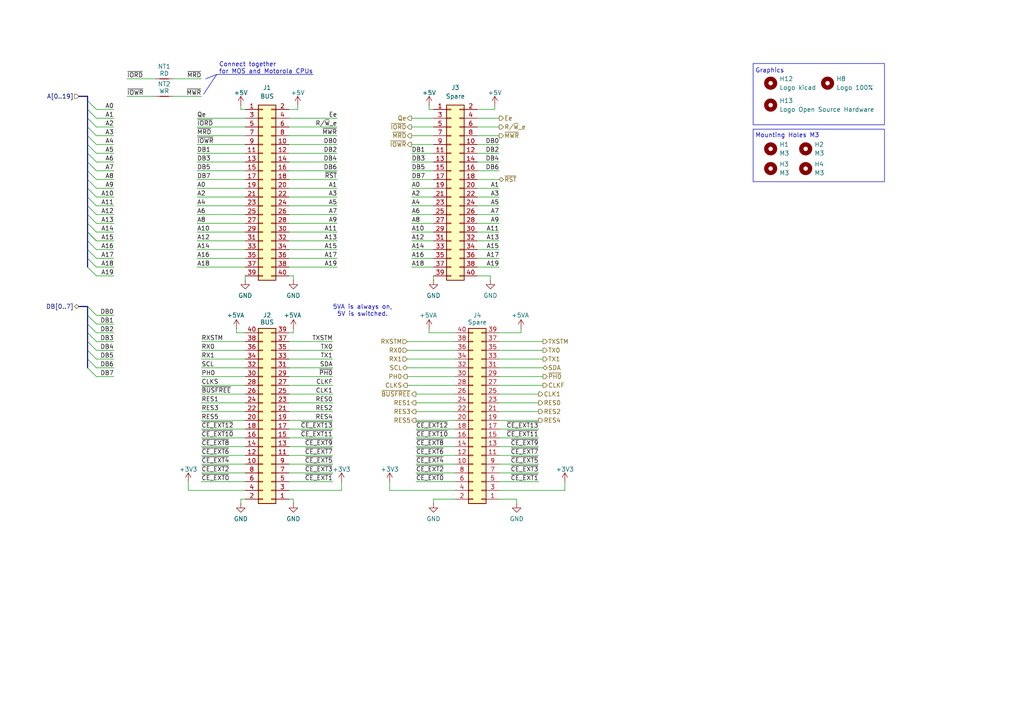
<source format=kicad_sch>
(kicad_sch (version 20231120) (generator "eeschema") (generator_version "8.0")
  (paper "A4")
  (title_block (date "2023-06-29") (rev "v1") (company "100% Offner") (comment 1 "v1: Initial"))
  (lib_symbols
    (symbol "Connector_Generic:Conn_02x20_Odd_Even" (pin_names (offset 1.016) hide)
      (property "Reference" "J" (at 1.27 25.4 0))
      (property "Value" "Conn_02x20_Odd_Even" (at 1.27 -27.94 0))
      (symbol "Conn_02x20_Odd_Even_1_1"
        (rectangle (start -1.27 -25.273) (end 0 -25.527) (stroke (width 0.1524)))
        (rectangle (start -1.27 -22.733) (end 0 -22.987) (stroke (width 0.1524)))
        (rectangle (start -1.27 -20.193) (end 0 -20.447) (stroke (width 0.1524)))
        (rectangle (start -1.27 -17.653) (end 0 -17.907) (stroke (width 0.1524)))
        (rectangle (start -1.27 -15.113) (end 0 -15.367) (stroke (width 0.1524)))
        (rectangle (start -1.27 -12.573) (end 0 -12.827) (stroke (width 0.1524)))
        (rectangle (start -1.27 -10.033) (end 0 -10.287) (stroke (width 0.1524)))
        (rectangle (start -1.27 -7.493) (end 0 -7.747) (stroke (width 0.1524)))
        (rectangle (start -1.27 -4.953) (end 0 -5.207) (stroke (width 0.1524)))
        (rectangle (start -1.27 -2.413) (end 0 -2.667) (stroke (width 0.1524)))
        (rectangle (start -1.27 0.127) (end 0 -0.127) (stroke (width 0.1524)))
        (rectangle (start -1.27 2.667) (end 0 2.413) (stroke (width 0.1524)))
        (rectangle (start -1.27 5.207) (end 0 4.953) (stroke (width 0.1524)))
        (rectangle (start -1.27 7.747) (end 0 7.493) (stroke (width 0.1524)))
        (rectangle (start -1.27 10.287) (end 0 10.033) (stroke (width 0.1524)))
        (rectangle (start -1.27 12.827) (end 0 12.573) (stroke (width 0.1524)))
        (rectangle (start -1.27 15.367) (end 0 15.113) (stroke (width 0.1524)))
        (rectangle (start -1.27 17.907) (end 0 17.653) (stroke (width 0.1524)))
        (rectangle (start -1.27 20.447) (end 0 20.193) (stroke (width 0.1524)))
        (rectangle (start -1.27 22.987) (end 0 22.733) (stroke (width 0.1524)))
        (rectangle (start -1.27 24.13) (end 3.81 -26.67) (stroke (width 0.254)) (fill (type background)))
        (rectangle (start 3.81 -25.273) (end 2.54 -25.527) (stroke (width 0.1524)))
        (rectangle (start 3.81 -22.733) (end 2.54 -22.987) (stroke (width 0.1524)))
        (rectangle (start 3.81 -20.193) (end 2.54 -20.447) (stroke (width 0.1524)))
        (rectangle (start 3.81 -17.653) (end 2.54 -17.907) (stroke (width 0.1524)))
        (rectangle (start 3.81 -15.113) (end 2.54 -15.367) (stroke (width 0.1524)))
        (rectangle (start 3.81 -12.573) (end 2.54 -12.827) (stroke (width 0.1524)))
        (rectangle (start 3.81 -10.033) (end 2.54 -10.287) (stroke (width 0.1524)))
        (rectangle (start 3.81 -7.493) (end 2.54 -7.747) (stroke (width 0.1524)))
        (rectangle (start 3.81 -4.953) (end 2.54 -5.207) (stroke (width 0.1524)))
        (rectangle (start 3.81 -2.413) (end 2.54 -2.667) (stroke (width 0.1524)))
        (rectangle (start 3.81 0.127) (end 2.54 -0.127) (stroke (width 0.1524)))
        (rectangle (start 3.81 2.667) (end 2.54 2.413) (stroke (width 0.1524)))
        (rectangle (start 3.81 5.207) (end 2.54 4.953) (stroke (width 0.1524)))
        (rectangle (start 3.81 7.747) (end 2.54 7.493) (stroke (width 0.1524)))
        (rectangle (start 3.81 10.287) (end 2.54 10.033) (stroke (width 0.1524)))
        (rectangle (start 3.81 12.827) (end 2.54 12.573) (stroke (width 0.1524)))
        (rectangle (start 3.81 15.367) (end 2.54 15.113) (stroke (width 0.1524)))
        (rectangle (start 3.81 17.907) (end 2.54 17.653) (stroke (width 0.1524)))
        (rectangle (start 3.81 20.447) (end 2.54 20.193) (stroke (width 0.1524)))
        (rectangle (start 3.81 22.987) (end 2.54 22.733) (stroke (width 0.1524)))
        (pin passive line (at -5.08 22.86 0) (length 3.81) (name "Pin_1") (number "1"))
        (pin passive line (at 7.62 12.7 180) (length 3.81) (name "Pin_10") (number "10"))
        (pin passive line (at -5.08 10.16 0) (length 3.81) (name "Pin_11") (number "11"))
        (pin passive line (at 7.62 10.16 180) (length 3.81) (name "Pin_12") (number "12"))
        (pin passive line (at -5.08 7.62 0) (length 3.81) (name "Pin_13") (number "13"))
        (pin passive line (at 7.62 7.62 180) (length 3.81) (name "Pin_14") (number "14"))
        (pin passive line (at -5.08 5.08 0) (length 3.81) (name "Pin_15") (number "15"))
        (pin passive line (at 7.62 5.08 180) (length 3.81) (name "Pin_16") (number "16"))
        (pin passive line (at -5.08 2.54 0) (length 3.81) (name "Pin_17") (number "17"))
        (pin passive line (at 7.62 2.54 180) (length 3.81) (name "Pin_18") (number "18"))
        (pin passive line (at -5.08 0 0) (length 3.81) (name "Pin_19") (number "19"))
        (pin passive line (at 7.62 22.86 180) (length 3.81) (name "Pin_2") (number "2"))
        (pin passive line (at 7.62 0 180) (length 3.81) (name "Pin_20") (number "20"))
        (pin passive line (at -5.08 -2.54 0) (length 3.81) (name "Pin_21") (number "21"))
        (pin passive line (at 7.62 -2.54 180) (length 3.81) (name "Pin_22") (number "22"))
        (pin passive line (at -5.08 -5.08 0) (length 3.81) (name "Pin_23") (number "23"))
        (pin passive line (at 7.62 -5.08 180) (length 3.81) (name "Pin_24") (number "24"))
        (pin passive line (at -5.08 -7.62 0) (length 3.81) (name "Pin_25") (number "25"))
        (pin passive line (at 7.62 -7.62 180) (length 3.81) (name "Pin_26") (number "26"))
        (pin passive line (at -5.08 -10.16 0) (length 3.81) (name "Pin_27") (number "27"))
        (pin passive line (at 7.62 -10.16 180) (length 3.81) (name "Pin_28") (number "28"))
        (pin passive line (at -5.08 -12.7 0) (length 3.81) (name "Pin_29") (number "29"))
        (pin passive line (at -5.08 20.32 0) (length 3.81) (name "Pin_3") (number "3"))
        (pin passive line (at 7.62 -12.7 180) (length 3.81) (name "Pin_30") (number "30"))
        (pin passive line (at -5.08 -15.24 0) (length 3.81) (name "Pin_31") (number "31"))
        (pin passive line (at 7.62 -15.24 180) (length 3.81) (name "Pin_32") (number "32"))
        (pin passive line (at -5.08 -17.78 0) (length 3.81) (name "Pin_33") (number "33"))
        (pin passive line (at 7.62 -17.78 180) (length 3.81) (name "Pin_34") (number "34"))
        (pin passive line (at -5.08 -20.32 0) (length 3.81) (name "Pin_35") (number "35"))
        (pin passive line (at 7.62 -20.32 180) (length 3.81) (name "Pin_36") (number "36"))
        (pin passive line (at -5.08 -22.86 0) (length 3.81) (name "Pin_37") (number "37"))
        (pin passive line (at 7.62 -22.86 180) (length 3.81) (name "Pin_38") (number "38"))
        (pin passive line (at -5.08 -25.4 0) (length 3.81) (name "Pin_39") (number "39"))
        (pin passive line (at 7.62 20.32 180) (length 3.81) (name "Pin_4") (number "4"))
        (pin passive line (at 7.62 -25.4 180) (length 3.81) (name "Pin_40") (number "40"))
        (pin passive line (at -5.08 17.78 0) (length 3.81) (name "Pin_5") (number "5"))
        (pin passive line (at 7.62 17.78 180) (length 3.81) (name "Pin_6") (number "6"))
        (pin passive line (at -5.08 15.24 0) (length 3.81) (name "Pin_7") (number "7"))
        (pin passive line (at 7.62 15.24 180) (length 3.81) (name "Pin_8") (number "8"))
        (pin passive line (at -5.08 12.7 0) (length 3.81) (name "Pin_9") (number "9"))
      )
    )
    (symbol "Device:NetTie_2" (pin_numbers hide) (pin_names (offset 0) hide) (in_bom no)
      (property "Reference" "NT" (at 0 1.27 0))
      (property "Value" "NetTie_2" (at 0 -1.27 0))
      (symbol "NetTie_2_0_1"
        (polyline (pts (xy -1.27 0) (xy 1.27 0)) (stroke (width 0.254)))
      )
      (symbol "NetTie_2_1_1"
        (pin passive line (at -2.54 0 0) (length 2.54) (name "1") (number "1"))
        (pin passive line (at 2.54 0 180) (length 2.54) (name "2") (number "2"))
      )
    )
    (symbol "Mechanical:MountingHole" (pin_names (offset 1.016))
      (property "Reference" "H" (at 0 5.08 0))
      (property "Value" "MountingHole" (at 0 3.175 0))
      (symbol "MountingHole_0_1"
        (circle (center 0 0) (radius 1.27) (stroke (width 1.27)))
      )
    )
    (symbol "power:+3V3" (power) (pin_numbers hide) (pin_names (offset 0) hide)
      (property "Value" "+3V3" (at 0 3.556 0))
      (symbol "+3V3_0_1"
        (polyline (pts (xy -0.762 1.27) (xy 0 2.54)))
        (polyline (pts (xy 0 0) (xy 0 2.54)))
        (polyline (pts (xy 0 2.54) (xy 0.762 1.27)))
      )
      (symbol "+3V3_1_1"
        (pin power_in line (at 0 0 90) (length 0) (name "~") (number "1"))
      )
    )
    (symbol "power:+5V" (power) (pin_numbers hide) (pin_names (offset 0) hide)
      (property "Value" "+5V" (at 0 3.556 0))
      (symbol "+5V_0_1"
        (polyline (pts (xy -0.762 1.27) (xy 0 2.54)))
        (polyline (pts (xy 0 0) (xy 0 2.54)))
        (polyline (pts (xy 0 2.54) (xy 0.762 1.27)))
      )
      (symbol "+5V_1_1"
        (pin power_in line (at 0 0 90) (length 0) (name "~") (number "1"))
      )
    )
    (symbol "power:+5VA" (power) (pin_numbers hide) (pin_names (offset 0) hide)
      (property "Value" "+5VA" (at 0 3.556 0))
      (symbol "+5VA_0_1"
        (polyline (pts (xy -0.762 1.27) (xy 0 2.54)))
        (polyline (pts (xy 0 0) (xy 0 2.54)))
        (polyline (pts (xy 0 2.54) (xy 0.762 1.27)))
      )
      (symbol "+5VA_1_1"
        (pin power_in line (at 0 0 90) (length 0) (name "~") (number "1"))
      )
    )
    (symbol "power:GND" (power) (pin_numbers hide) (pin_names (offset 0) hide)
      (property "Value" "GND" (at 0 -3.81 0))
      (symbol "GND_0_1"
        (polyline (pts (xy 0 0) (xy 0 -1.27) (xy 1.27 -1.27) (xy 0 -2.54) (xy -1.27 -1.27) (xy 0 -1.27)))
      )
      (symbol "GND_1_1"
        (pin power_in line (at 0 0 270) (length 0) (name "~") (number "1"))
      )
    )
  )
  (bus_entry (at 25.4 62.23) (size 2.54 2.54))
  (bus_entry (at 25.4 59.69) (size 2.54 2.54))
  (bus_entry (at 25.4 93.98) (size 2.54 2.54))
  (bus_entry (at 25.4 41.91) (size 2.54 2.54))
  (bus_entry (at 25.4 104.14) (size 2.54 2.54))
  (bus_entry (at 25.4 44.45) (size 2.54 2.54))
  (bus_entry (at 25.4 69.85) (size 2.54 2.54))
  (bus_entry (at 25.4 34.29) (size 2.54 2.54))
  (bus_entry (at 25.4 106.68) (size 2.54 2.54))
  (bus_entry (at 25.4 91.44) (size 2.54 2.54))
  (bus_entry (at 25.4 31.75) (size 2.54 2.54))
  (bus_entry (at 25.4 99.06) (size 2.54 2.54))
  (bus_entry (at 25.4 67.31) (size 2.54 2.54))
  (bus_entry (at 25.4 57.15) (size 2.54 2.54))
  (bus_entry (at 25.4 49.53) (size 2.54 2.54))
  (bus_entry (at 25.4 77.47) (size 2.54 2.54))
  (bus_entry (at 25.4 74.93) (size 2.54 2.54))
  (bus_entry (at 25.4 29.21) (size 2.54 2.54))
  (bus_entry (at 25.4 52.07) (size 2.54 2.54))
  (bus_entry (at 25.4 88.9) (size 2.54 2.54))
  (bus_entry (at 25.4 67.31) (size 2.54 2.54))
  (bus_entry (at 25.4 96.52) (size 2.54 2.54))
  (bus_entry (at 25.4 36.83) (size 2.54 2.54))
  (bus_entry (at 25.4 101.6) (size 2.54 2.54))
  (bus_entry (at 25.4 54.61) (size 2.54 2.54))
  (bus_entry (at 25.4 39.37) (size 2.54 2.54))
  (bus_entry (at 25.4 46.99) (size 2.54 2.54))
  (bus_entry (at 25.4 64.77) (size 2.54 2.54))
  (bus_entry (at 25.4 72.39) (size 2.54 2.54))
  (bus (pts (xy 25.4 64.77) (xy 25.4 62.23)))
  (wire (pts (xy 118.11 109.22) (xy 132.08 109.22)))
  (bus (pts (xy 25.4 49.53) (xy 25.4 46.99)))
  (wire (pts (xy 83.82 39.37) (xy 97.79 39.37)))
  (wire (pts (xy 58.42 127) (xy 71.12 127)))
  (bus (pts (xy 25.4 77.47) (xy 25.4 74.93)))
  (wire (pts (xy 118.11 99.06) (xy 132.08 99.06)))
  (wire (pts (xy 57.15 77.47) (xy 71.12 77.47)))
  (wire (pts (xy 119.38 44.45) (xy 125.73 44.45)))
  (wire (pts (xy 113.03 142.24) (xy 132.08 142.24)))
  (wire (pts (xy 36.83 22.86) (xy 45.085 22.86)))
  (wire (pts (xy 119.38 62.23) (xy 125.73 62.23)))
  (wire (pts (xy 83.82 119.38) (xy 96.52 119.38)))
  (wire (pts (xy 144.78 139.7) (xy 156.21 139.7)))
  (wire (pts (xy 33.02 62.23) (xy 27.94 62.23)))
  (wire (pts (xy 138.43 72.39) (xy 144.78 72.39)))
  (wire (pts (xy 33.02 93.98) (xy 27.94 93.98)))
  (wire (pts (xy 58.42 116.84) (xy 71.12 116.84)))
  (wire (pts (xy 143.51 31.75) (xy 138.43 31.75)))
  (wire (pts (xy 119.38 69.85) (xy 125.73 69.85)))
  (wire (pts (xy 83.82 36.83) (xy 97.79 36.83)))
  (wire (pts (xy 58.42 119.38) (xy 71.12 119.38)))
  (wire (pts (xy 99.06 139.7) (xy 99.06 142.24)))
  (wire (pts (xy 113.03 139.7) (xy 113.03 142.24)))
  (wire (pts (xy 138.43 49.53) (xy 144.78 49.53)))
  (wire (pts (xy 120.65 119.38) (xy 132.08 119.38)))
  (wire (pts (xy 33.02 104.14) (xy 27.94 104.14)))
  (wire (pts (xy 69.85 144.78) (xy 71.12 144.78)))
  (wire (pts (xy 83.82 121.92) (xy 96.52 121.92)))
  (wire (pts (xy 120.65 127) (xy 132.08 127)))
  (wire (pts (xy 85.09 146.05) (xy 85.09 144.78)))
  (wire (pts (xy 33.02 31.75) (xy 27.94 31.75)))
  (bus (pts (xy 25.4 62.23) (xy 25.4 59.69)))
  (wire (pts (xy 151.13 96.52) (xy 144.78 96.52)))
  (wire (pts (xy 83.82 124.46) (xy 96.52 124.46)))
  (wire (pts (xy 33.02 109.22) (xy 27.94 109.22)))
  (wire (pts (xy 83.82 142.24) (xy 99.06 142.24)))
  (bus (pts (xy 25.4 34.29) (xy 25.4 31.75)))
  (polyline (pts (xy 59.69 22.86) (xy 62.865 21.59)))
  (wire (pts (xy 144.78 142.24) (xy 163.83 142.24)))
  (wire (pts (xy 83.82 127) (xy 96.52 127)))
  (wire (pts (xy 36.83 27.94) (xy 45.085 27.94)))
  (wire (pts (xy 57.15 69.85) (xy 71.12 69.85)))
  (wire (pts (xy 144.78 119.38) (xy 156.21 119.38)))
  (wire (pts (xy 57.15 39.37) (xy 71.12 39.37)))
  (wire (pts (xy 83.82 44.45) (xy 97.79 44.45)))
  (wire (pts (xy 58.42 137.16) (xy 71.12 137.16)))
  (bus (pts (xy 25.4 104.14) (xy 25.4 101.6)))
  (wire (pts (xy 83.82 57.15) (xy 97.79 57.15)))
  (wire (pts (xy 33.02 54.61) (xy 27.94 54.61)))
  (wire (pts (xy 144.78 127) (xy 156.21 127)))
  (wire (pts (xy 33.02 49.53) (xy 27.94 49.53)))
  (wire (pts (xy 57.15 64.77) (xy 71.12 64.77)))
  (wire (pts (xy 138.43 69.85) (xy 144.78 69.85)))
  (wire (pts (xy 85.09 144.78) (xy 83.82 144.78)))
  (wire (pts (xy 149.86 146.05) (xy 149.86 144.78)))
  (wire (pts (xy 69.85 30.48) (xy 69.85 31.75)))
  (wire (pts (xy 83.82 69.85) (xy 97.79 69.85)))
  (wire (pts (xy 83.82 134.62) (xy 96.52 134.62)))
  (wire (pts (xy 138.43 67.31) (xy 144.78 67.31)))
  (wire (pts (xy 50.165 27.94) (xy 58.42 27.94)))
  (wire (pts (xy 58.42 139.7) (xy 71.12 139.7)))
  (wire (pts (xy 57.15 67.31) (xy 71.12 67.31)))
  (wire (pts (xy 33.02 52.07) (xy 27.94 52.07)))
  (wire (pts (xy 144.78 132.08) (xy 156.21 132.08)))
  (wire (pts (xy 57.15 72.39) (xy 71.12 72.39)))
  (wire (pts (xy 119.38 34.29) (xy 125.73 34.29)))
  (wire (pts (xy 33.02 44.45) (xy 27.94 44.45)))
  (wire (pts (xy 83.82 67.31) (xy 97.79 67.31)))
  (wire (pts (xy 83.82 59.69) (xy 97.79 59.69)))
  (wire (pts (xy 33.02 67.31) (xy 27.94 67.31)))
  (wire (pts (xy 57.15 52.07) (xy 71.12 52.07)))
  (wire (pts (xy 83.82 74.93) (xy 97.79 74.93)))
  (bus (pts (xy 25.4 72.39) (xy 25.4 69.85)))
  (wire (pts (xy 86.36 31.75) (xy 83.82 31.75)))
  (wire (pts (xy 83.82 54.61) (xy 97.79 54.61)))
  (wire (pts (xy 33.02 74.93) (xy 27.94 74.93)))
  (wire (pts (xy 83.82 129.54) (xy 96.52 129.54)))
  (wire (pts (xy 120.65 132.08) (xy 132.08 132.08)))
  (wire (pts (xy 138.43 57.15) (xy 144.78 57.15)))
  (wire (pts (xy 33.02 59.69) (xy 27.94 59.69)))
  (wire (pts (xy 68.58 96.52) (xy 71.12 96.52)))
  (bus (pts (xy 25.4 57.15) (xy 25.4 54.61)))
  (wire (pts (xy 138.43 52.07) (xy 144.78 52.07)))
  (wire (pts (xy 125.73 146.05) (xy 125.73 144.78)))
  (wire (pts (xy 86.36 30.48) (xy 86.36 31.75)))
  (wire (pts (xy 83.82 114.3) (xy 96.52 114.3)))
  (bus (pts (xy 25.4 88.9) (xy 22.86 88.9)))
  (wire (pts (xy 83.82 64.77) (xy 97.79 64.77)))
  (bus (pts (xy 25.4 44.45) (xy 25.4 41.91)))
  (wire (pts (xy 33.02 57.15) (xy 27.94 57.15)))
  (wire (pts (xy 144.78 114.3) (xy 156.21 114.3)))
  (wire (pts (xy 119.38 74.93) (xy 125.73 74.93)))
  (bus (pts (xy 25.4 91.44) (xy 25.4 88.9)))
  (wire (pts (xy 124.46 95.25) (xy 124.46 96.52)))
  (wire (pts (xy 138.43 36.83) (xy 144.78 36.83)))
  (wire (pts (xy 83.82 132.08) (xy 96.52 132.08)))
  (wire (pts (xy 144.78 124.46) (xy 156.21 124.46)))
  (wire (pts (xy 163.83 139.7) (xy 163.83 142.24)))
  (wire (pts (xy 83.82 52.07) (xy 97.79 52.07)))
  (wire (pts (xy 33.02 69.85) (xy 27.94 69.85)))
  (wire (pts (xy 144.78 111.76) (xy 157.48 111.76)))
  (wire (pts (xy 119.38 72.39) (xy 125.73 72.39)))
  (wire (pts (xy 119.38 39.37) (xy 125.73 39.37)))
  (wire (pts (xy 151.13 95.25) (xy 151.13 96.52)))
  (wire (pts (xy 124.46 30.48) (xy 124.46 31.75)))
  (wire (pts (xy 33.02 39.37) (xy 27.94 39.37)))
  (bus (pts (xy 25.4 59.69) (xy 25.4 57.15)))
  (wire (pts (xy 118.11 111.76) (xy 132.08 111.76)))
  (wire (pts (xy 119.38 64.77) (xy 125.73 64.77)))
  (wire (pts (xy 57.15 54.61) (xy 71.12 54.61)))
  (bus (pts (xy 25.4 41.91) (xy 25.4 39.37)))
  (wire (pts (xy 69.85 146.05) (xy 69.85 144.78)))
  (wire (pts (xy 83.82 116.84) (xy 96.52 116.84)))
  (wire (pts (xy 33.02 80.01) (xy 27.94 80.01)))
  (wire (pts (xy 85.09 96.52) (xy 83.82 96.52)))
  (bus (pts (xy 25.4 27.94) (xy 22.86 27.94)))
  (wire (pts (xy 124.46 96.52) (xy 132.08 96.52)))
  (wire (pts (xy 138.43 44.45) (xy 144.78 44.45)))
  (wire (pts (xy 83.82 46.99) (xy 97.79 46.99)))
  (wire (pts (xy 119.38 77.47) (xy 125.73 77.47)))
  (wire (pts (xy 125.73 81.28) (xy 125.73 80.01)))
  (bus (pts (xy 25.4 106.68) (xy 25.4 104.14)))
  (wire (pts (xy 143.51 30.48) (xy 143.51 31.75)))
  (wire (pts (xy 33.02 72.39) (xy 27.94 72.39)))
  (wire (pts (xy 58.42 99.06) (xy 71.12 99.06)))
  (wire (pts (xy 119.38 52.07) (xy 125.73 52.07)))
  (bus (pts (xy 25.4 101.6) (xy 25.4 99.06)))
  (wire (pts (xy 142.24 80.01) (xy 138.43 80.01)))
  (wire (pts (xy 54.61 139.7) (xy 54.61 142.24)))
  (wire (pts (xy 120.65 114.3) (xy 132.08 114.3)))
  (wire (pts (xy 119.38 54.61) (xy 125.73 54.61)))
  (wire (pts (xy 138.43 64.77) (xy 144.78 64.77)))
  (wire (pts (xy 83.82 34.29) (xy 97.79 34.29)))
  (wire (pts (xy 57.15 49.53) (xy 71.12 49.53)))
  (wire (pts (xy 138.43 77.47) (xy 144.78 77.47)))
  (wire (pts (xy 83.82 72.39) (xy 97.79 72.39)))
  (bus (pts (xy 25.4 36.83) (xy 25.4 34.29)))
  (wire (pts (xy 119.38 49.53) (xy 125.73 49.53)))
  (wire (pts (xy 144.78 106.68) (xy 157.48 106.68)))
  (wire (pts (xy 33.02 46.99) (xy 27.94 46.99)))
  (wire (pts (xy 83.82 106.68) (xy 96.52 106.68)))
  (wire (pts (xy 57.15 44.45) (xy 71.12 44.45)))
  (wire (pts (xy 120.65 137.16) (xy 132.08 137.16)))
  (bus (pts (xy 25.4 39.37) (xy 25.4 36.83)))
  (bus (pts (xy 25.4 69.85) (xy 25.4 67.31)))
  (polyline (pts (xy 59.055 27.305) (xy 62.865 21.59)))
  (wire (pts (xy 83.82 41.91) (xy 97.79 41.91)))
  (bus (pts (xy 25.4 29.21) (xy 25.4 27.94)))
  (wire (pts (xy 85.09 80.01) (xy 83.82 80.01)))
  (wire (pts (xy 120.65 124.46) (xy 132.08 124.46)))
  (wire (pts (xy 58.42 114.3) (xy 71.12 114.3)))
  (bus (pts (xy 25.4 31.75) (xy 25.4 29.21)))
  (wire (pts (xy 138.43 39.37) (xy 144.78 39.37)))
  (wire (pts (xy 138.43 74.93) (xy 144.78 74.93)))
  (wire (pts (xy 33.02 101.6) (xy 27.94 101.6)))
  (wire (pts (xy 144.78 129.54) (xy 156.21 129.54)))
  (wire (pts (xy 119.38 36.83) (xy 125.73 36.83)))
  (bus (pts (xy 25.4 52.07) (xy 25.4 49.53)))
  (wire (pts (xy 58.42 134.62) (xy 71.12 134.62)))
  (wire (pts (xy 58.42 129.54) (xy 71.12 129.54)))
  (wire (pts (xy 119.38 67.31) (xy 125.73 67.31)))
  (wire (pts (xy 144.78 121.92) (xy 156.21 121.92)))
  (wire (pts (xy 58.42 101.6) (xy 71.12 101.6)))
  (wire (pts (xy 54.61 142.24) (xy 71.12 142.24)))
  (wire (pts (xy 138.43 41.91) (xy 144.78 41.91)))
  (bus (pts (xy 25.4 93.98) (xy 25.4 91.44)))
  (bus (pts (xy 25.4 46.99) (xy 25.4 44.45)))
  (wire (pts (xy 83.82 139.7) (xy 96.52 139.7)))
  (wire (pts (xy 33.02 106.68) (xy 27.94 106.68)))
  (wire (pts (xy 83.82 99.06) (xy 96.52 99.06)))
  (wire (pts (xy 83.82 137.16) (xy 96.52 137.16)))
  (wire (pts (xy 144.78 137.16) (xy 156.21 137.16)))
  (wire (pts (xy 57.15 62.23) (xy 71.12 62.23)))
  (wire (pts (xy 83.82 49.53) (xy 97.79 49.53)))
  (wire (pts (xy 33.02 64.77) (xy 27.94 64.77)))
  (wire (pts (xy 58.42 109.22) (xy 71.12 109.22)))
  (wire (pts (xy 58.42 124.46) (xy 71.12 124.46)))
  (wire (pts (xy 118.11 101.6) (xy 132.08 101.6)))
  (wire (pts (xy 57.15 46.99) (xy 71.12 46.99)))
  (wire (pts (xy 120.65 139.7) (xy 132.08 139.7)))
  (wire (pts (xy 138.43 59.69) (xy 144.78 59.69)))
  (wire (pts (xy 119.38 59.69) (xy 125.73 59.69)))
  (wire (pts (xy 85.09 81.28) (xy 85.09 80.01)))
  (wire (pts (xy 144.78 99.06) (xy 157.48 99.06)))
  (wire (pts (xy 57.15 57.15) (xy 71.12 57.15)))
  (wire (pts (xy 119.38 46.99) (xy 125.73 46.99)))
  (wire (pts (xy 83.82 62.23) (xy 97.79 62.23)))
  (wire (pts (xy 120.65 134.62) (xy 132.08 134.62)))
  (bus (pts (xy 25.4 96.52) (xy 25.4 93.98)))
  (wire (pts (xy 83.82 109.22) (xy 96.52 109.22)))
  (wire (pts (xy 120.65 121.92) (xy 132.08 121.92)))
  (wire (pts (xy 50.165 22.86) (xy 58.42 22.86)))
  (wire (pts (xy 144.78 101.6) (xy 157.48 101.6)))
  (wire (pts (xy 85.09 95.25) (xy 85.09 96.52)))
  (wire (pts (xy 33.02 91.44) (xy 27.94 91.44)))
  (wire (pts (xy 58.42 111.76) (xy 71.12 111.76)))
  (wire (pts (xy 142.24 81.28) (xy 142.24 80.01)))
  (polyline (pts (xy 90.805 21.59) (xy 62.865 21.59)))
  (wire (pts (xy 69.85 31.75) (xy 71.12 31.75)))
  (wire (pts (xy 119.38 57.15) (xy 125.73 57.15)))
  (wire (pts (xy 138.43 46.99) (xy 144.78 46.99)))
  (wire (pts (xy 83.82 111.76) (xy 96.52 111.76)))
  (wire (pts (xy 138.43 34.29) (xy 144.78 34.29)))
  (wire (pts (xy 83.82 104.14) (xy 96.52 104.14)))
  (wire (pts (xy 57.15 59.69) (xy 71.12 59.69)))
  (wire (pts (xy 138.43 54.61) (xy 144.78 54.61)))
  (wire (pts (xy 57.15 74.93) (xy 71.12 74.93)))
  (wire (pts (xy 33.02 36.83) (xy 27.94 36.83)))
  (wire (pts (xy 144.78 134.62) (xy 156.21 134.62)))
  (wire (pts (xy 58.42 106.68) (xy 71.12 106.68)))
  (wire (pts (xy 33.02 99.06) (xy 27.94 99.06)))
  (wire (pts (xy 125.73 144.78) (xy 132.08 144.78)))
  (bus (pts (xy 25.4 67.31) (xy 25.4 64.77)))
  (wire (pts (xy 120.65 129.54) (xy 132.08 129.54)))
  (wire (pts (xy 120.65 116.84) (xy 132.08 116.84)))
  (wire (pts (xy 149.86 144.78) (xy 144.78 144.78)))
  (wire (pts (xy 33.02 41.91) (xy 27.94 41.91)))
  (wire (pts (xy 119.38 41.91) (xy 125.73 41.91)))
  (wire (pts (xy 144.78 116.84) (xy 156.21 116.84)))
  (wire (pts (xy 33.02 34.29) (xy 27.94 34.29)))
  (bus (pts (xy 25.4 74.93) (xy 25.4 72.39)))
  (bus (pts (xy 25.4 54.61) (xy 25.4 52.07)))
  (wire (pts (xy 57.15 36.83) (xy 71.12 36.83)))
  (wire (pts (xy 83.82 101.6) (xy 96.52 101.6)))
  (wire (pts (xy 138.43 62.23) (xy 144.78 62.23)))
  (wire (pts (xy 58.42 121.92) (xy 71.12 121.92)))
  (wire (pts (xy 118.11 106.68) (xy 132.08 106.68)))
  (wire (pts (xy 58.42 132.08) (xy 71.12 132.08)))
  (wire (pts (xy 33.02 96.52) (xy 27.94 96.52)))
  (wire (pts (xy 57.15 41.91) (xy 71.12 41.91)))
  (wire (pts (xy 71.12 81.28) (xy 71.12 80.01)))
  (wire (pts (xy 68.58 95.25) (xy 68.58 96.52)))
  (wire (pts (xy 144.78 109.22) (xy 157.48 109.22)))
  (wire (pts (xy 58.42 104.14) (xy 71.12 104.14)))
  (wire (pts (xy 33.02 77.47) (xy 27.94 77.47)))
  (wire (pts (xy 144.78 104.14) (xy 157.48 104.14)))
  (bus (pts (xy 25.4 99.06) (xy 25.4 96.52)))
  (wire (pts (xy 118.11 104.14) (xy 132.08 104.14)))
  (wire (pts (xy 124.46 31.75) (xy 125.73 31.75)))
  (wire (pts (xy 83.82 77.47) (xy 97.79 77.47)))
  (wire (pts (xy 57.15 34.29) (xy 71.12 34.29)))
  (rectangle (start 218.44 37.465) (end 256.54 52.705))
  (rectangle (start 218.44 18.415) (end 256.54 36.195))
  (text "5VA is always on,\n5V is switched." (at 105.156 90.17 0) (effects (font (size 1.27 1.27))))
  (text "Graphics" (at 223.266 20.574 0) (effects (font (size 1.27 1.27))))
  (text "Mounting Holes M3" (at 228.346 39.37 0) (effects (font (size 1.27 1.27))))
  (text "Connect together\nfor MOS and Motorola CPUs" (at 63.5 21.59 0) (effects (font (size 1.27 1.27)) (justify left bottom)))
  (label "A5" (at 144.78 59.69 180))
  (label "TX1" (at 96.52 104.14 180))
  (label "~{CE_EXT10}" (at 120.65 127 0))
  (label "A16" (at 57.15 74.93 0))
  (label "~{IOWR}" (at 57.15 41.91 0))
  (label "~{MRD}" (at 57.15 39.37 0))
  (label "A4" (at 33.02 41.91 180))
  (label "A15" (at 33.02 69.85 180))
  (label "~{CE_EXT5}" (at 96.52 134.62 180))
  (label "A7" (at 144.78 62.23 180))
  (label "~{CE_EXT1}" (at 96.52 139.7 180))
  (label "A6" (at 57.15 62.23 0))
  (label "DB6" (at 33.02 106.68 180))
  (label "DB2" (at 33.02 96.52 180))
  (label "TXSTM" (at 96.52 99.06 180))
  (label "A2" (at 33.02 36.83 180))
  (label "RES2" (at 96.52 119.38 180))
  (label "DB3" (at 119.38 46.99 0))
  (label "DB6" (at 97.79 49.53 180))
  (label "~{CE_EXT8}" (at 58.42 129.54 0))
  (label "A18" (at 33.02 77.47 180))
  (label "A15" (at 144.78 72.39 180))
  (label "CLKS" (at 58.42 111.76 0))
  (label "~{CE_EXT6}" (at 58.42 132.08 0))
  (label "DB2" (at 97.79 44.45 180))
  (label "~{CE_EXT12}" (at 58.42 124.46 0))
  (label "DB3" (at 33.02 99.06 180))
  (label "DB5" (at 119.38 49.53 0))
  (label "~{PH0}" (at 96.52 109.22 180))
  (label "TX0" (at 96.52 101.6 180))
  (label "A3" (at 144.78 57.15 180))
  (label "~{CE_EXT1}" (at 156.21 139.7 180))
  (label "A18" (at 57.15 77.47 0))
  (label "A9" (at 33.02 54.61 180))
  (label "A2" (at 119.38 57.15 0))
  (label "A1" (at 144.78 54.61 180))
  (label "~{MWR}" (at 97.79 39.37 180))
  (label "A3" (at 33.02 39.37 180))
  (label "DB4" (at 144.78 46.99 180))
  (label "~{CE_EXT12}" (at 120.65 124.46 0))
  (label "CLKF" (at 96.52 111.76 180))
  (label "A17" (at 97.79 74.93 180))
  (label "A14" (at 119.38 72.39 0))
  (label "A10" (at 57.15 67.31 0))
  (label "A0" (at 57.15 54.61 0))
  (label "DB6" (at 144.78 49.53 180))
  (label "A6" (at 119.38 62.23 0))
  (label "A13" (at 144.78 69.85 180))
  (label "~{CE_EXT3}" (at 96.52 137.16 180))
  (label "DB0" (at 144.78 41.91 180))
  (label "A2" (at 57.15 57.15 0))
  (label "~{CE_EXT10}" (at 58.42 127 0))
  (label "RES0" (at 96.52 116.84 180))
  (label "DB2" (at 144.78 44.45 180))
  (label "A19" (at 97.79 77.47 180))
  (label "~{CE_EXT13}" (at 156.21 124.46 180))
  (label "DB5" (at 33.02 104.14 180))
  (label "DB1" (at 33.02 93.98 180))
  (label "RES5" (at 58.42 121.92 0))
  (label "A8" (at 57.15 64.77 0))
  (label "~{CE_EXT9}" (at 156.21 129.54 180))
  (label "A12" (at 57.15 69.85 0))
  (label "A7" (at 33.02 49.53 180))
  (label "~{MRD}" (at 58.42 22.86 180))
  (label "A14" (at 33.02 67.31 180))
  (label "SDA" (at 96.52 106.68 180))
  (label "A5" (at 33.02 44.45 180))
  (label "~{CE_EXT0}" (at 58.42 139.7 0))
  (label "DB1" (at 57.15 44.45 0))
  (label "R{slash}~{W}_e" (at 97.79 36.83 180))
  (label "A12" (at 119.38 69.85 0))
  (label "A16" (at 33.02 72.39 180))
  (label "~{CE_EXT11}" (at 96.52 127 180))
  (label "SCL" (at 58.42 106.68 0))
  (label "A19" (at 144.78 77.47 180))
  (label "A15" (at 97.79 72.39 180))
  (label "CLK1" (at 96.52 114.3 180))
  (label "~{IORD}" (at 36.83 22.86 0))
  (label "DB7" (at 119.38 52.07 0))
  (label "~{IOWR}" (at 36.83 27.94 0))
  (label "~{CE_EXT4}" (at 120.65 134.62 0))
  (label "A10" (at 119.38 67.31 0))
  (label "A1" (at 97.79 54.61 180))
  (label "~{CE_EXT9}" (at 96.52 129.54 180))
  (label "A1" (at 33.02 34.29 180))
  (label "A11" (at 144.78 67.31 180))
  (label "A9" (at 97.79 64.77 180))
  (label "RES3" (at 58.42 119.38 0))
  (label "~{CE_EXT6}" (at 120.65 132.08 0))
  (label "~{CE_EXT13}" (at 96.52 124.46 180))
  (label "DB7" (at 57.15 52.07 0))
  (label "~{MWR}" (at 58.42 27.94 180))
  (label "DB0" (at 97.79 41.91 180))
  (label "DB0" (at 33.02 91.44 180))
  (label "RES4" (at 96.52 121.92 180))
  (label "~{CE_EXT0}" (at 120.65 139.7 0))
  (label "A13" (at 33.02 64.77 180))
  (label "A9" (at 144.78 64.77 180))
  (label "A8" (at 119.38 64.77 0))
  (label "~{CE_EXT4}" (at 58.42 134.62 0))
  (label "A4" (at 119.38 59.69 0))
  (label "A7" (at 97.79 62.23 180))
  (label "RX0" (at 58.42 101.6 0))
  (label "A13" (at 97.79 69.85 180))
  (label "A17" (at 144.78 74.93 180))
  (label "A0" (at 33.02 31.75 180))
  (label "~{BUSFREE}" (at 58.42 114.3 0))
  (label "DB1" (at 119.38 44.45 0))
  (label "~{CE_EXT7}" (at 96.52 132.08 180))
  (label "A18" (at 119.38 77.47 0))
  (label "~{CE_EXT8}" (at 120.65 129.54 0))
  (label "A19" (at 33.02 80.01 180))
  (label "PH0" (at 58.42 109.22 0))
  (label "A11" (at 97.79 67.31 180))
  (label "A8" (at 33.02 52.07 180))
  (label "A14" (at 57.15 72.39 0))
  (label "A17" (at 33.02 74.93 180))
  (label "A3" (at 97.79 57.15 180))
  (label "~{RST}" (at 97.79 52.07 180))
  (label "A0" (at 119.38 54.61 0))
  (label "~{CE_EXT5}" (at 156.21 134.62 180))
  (label "A6" (at 33.02 46.99 180))
  (label "A12" (at 33.02 62.23 180))
  (label "A16" (at 119.38 74.93 0))
  (label "DB5" (at 57.15 49.53 0))
  (label "~{CE_EXT7}" (at 156.21 132.08 180))
  (label "A4" (at 57.15 59.69 0))
  (label "RES1" (at 58.42 116.84 0))
  (label "Qe" (at 57.15 34.29 0))
  (label "DB7" (at 33.02 109.22 180))
  (label "A11" (at 33.02 59.69 180))
  (label "DB4" (at 33.02 101.6 180))
  (label "~{CE_EXT2}" (at 58.42 137.16 0))
  (label "~{CE_EXT11}" (at 156.21 127 180))
  (label "RX1" (at 58.42 104.14 0))
  (label "A10" (at 33.02 57.15 180))
  (label "RXSTM" (at 58.42 99.06 0))
  (label "~{CE_EXT2}" (at 120.65 137.16 0))
  (label "A5" (at 97.79 59.69 180))
  (label "DB3" (at 57.15 46.99 0))
  (label "DB4" (at 97.79 46.99 180))
  (label "~{CE_EXT3}" (at 156.21 137.16 180))
  (label "~{IORD}" (at 57.15 36.83 0))
  (label "Ee" (at 97.79 34.29 180))
  (hierarchical_label "RES3" (shape output) (at 120.65 119.38 180))
  (hierarchical_label "A[0..19]" (shape input) (at 22.86 27.94 180))
  (hierarchical_label "~{IORD}" (shape output) (at 119.38 36.83 180))
  (hierarchical_label "RX1" (shape input) (at 118.11 104.14 180))
  (hierarchical_label "SDA" (shape bidirectional) (at 157.48 106.68 0))
  (hierarchical_label "TX1" (shape output) (at 157.48 104.14 0))
  (hierarchical_label "Qe" (shape output) (at 119.38 34.29 180))
  (hierarchical_label "Ee" (shape output) (at 144.78 34.29 0))
  (hierarchical_label "R{slash}~{W}_e" (shape output) (at 144.78 36.83 0))
  (hierarchical_label "~{RST}" (shape tri_state) (at 144.78 52.07 0))
  (hierarchical_label "RES0" (shape output) (at 156.21 116.84 0))
  (hierarchical_label "TXSTM" (shape output) (at 157.48 99.06 0))
  (hierarchical_label "~{MWR}" (shape output) (at 144.78 39.37 0))
  (hierarchical_label "RES4" (shape output) (at 156.21 121.92 0))
  (hierarchical_label "SCL" (shape bidirectional) (at 118.11 106.68 180))
  (hierarchical_label "CLKS" (shape output) (at 118.11 111.76 180))
  (hierarchical_label "~{MRD}" (shape output) (at 119.38 39.37 180))
  (hierarchical_label "~{BUSFREE}" (shape output) (at 120.65 114.3 180))
  (hierarchical_label "PH0" (shape output) (at 118.11 109.22 180))
  (hierarchical_label "RES5" (shape output) (at 120.65 121.92 180))
  (hierarchical_label "TX0" (shape output) (at 157.48 101.6 0))
  (hierarchical_label "DB[0..7]" (shape bidirectional) (at 22.86 88.9 180))
  (hierarchical_label "~{IOWR}" (shape output) (at 119.38 41.91 180))
  (hierarchical_label "RXSTM" (shape input) (at 118.11 99.06 180))
  (hierarchical_label "CLKF" (shape output) (at 157.48 111.76 0))
  (hierarchical_label "RES1" (shape output) (at 120.65 116.84 180))
  (hierarchical_label "RES2" (shape output) (at 156.21 119.38 0))
  (hierarchical_label "~{PH0}" (shape output) (at 157.48 109.22 0))
  (hierarchical_label "RX0" (shape input) (at 118.11 101.6 180))
  (hierarchical_label "CLK1" (shape output) (at 156.21 114.3 0))
  (symbol (lib_id "power:GND") (at 142.24 81.28 0) (unit 1)
    (property "Reference" "#PWR032" (effects (hide yes)))
    (property "Value" "GND" (at 142.24 85.7234 0))
    (property "Description" "Power symbol creates a global label with name \"GND\" , ground" (effects (hide yes)))
  )
  (symbol (lib_id "Mechanical:MountingHole") (at 223.52 43.18 0) (unit 1)
    (property "Reference" "H1" (at 226.06 41.9099 0) (effects (justify left)))
    (property "Value" "M3" (at 226.06 44.4499 0) (effects (justify left)))
    (property "Footprint" "MountingHole:MountingHole_3.2mm_M3" (effects (hide yes)))
  )
  (symbol (lib_id "Connector_Generic:Conn_02x20_Odd_Even") (at 78.74 121.92 180) (unit 1)
    (property "Reference" "J2" (at 77.47 91.424 0))
    (property "Value" "BUS" (at 77.47 93.472 0))
    (property "Footprint" "Connector_PinSocket_2.54mm:PinSocket_2x20_P2.54mm_Vertical" (effects (hide yes)))
    (property "Description" "Generic connector, double row, 02x20, odd/even pin numbering scheme (row 1 odd numbers, row 2 even numbers), script generated (kicad-library-utils/schlib/autogen/connector/)" (effects (hide yes)))
  )
  (symbol (lib_id "power:+5VA") (at 85.09 95.25 0) (unit 1)
    (property "Reference" "#PWR023" (effects (hide yes)))
    (property "Value" "+5VA" (at 84.836 91.44 0))
    (property "Description" "Power symbol creates a global label with name \"+5VA\"" (effects (hide yes)))
  )
  (symbol (lib_id "power:+3V3") (at 54.61 139.7 0) (unit 1)
    (property "Reference" "#PWR016" (effects (hide yes)))
    (property "Value" "+3V3" (at 54.61 136.1242 0))
    (property "Description" "Power symbol creates a global label with name \"+3V3\"" (effects (hide yes)))
  )
  (symbol (lib_id "power:+5VA") (at 68.58 95.25 0) (unit 1)
    (property "Reference" "#PWR017" (effects (hide yes)))
    (property "Value" "+5VA" (at 68.326 91.44 0))
    (property "Description" "Power symbol creates a global label with name \"+5VA\"" (effects (hide yes)))
  )
  (symbol (lib_id "power:GND") (at 149.86 146.05 0) (unit 1)
    (property "Reference" "#PWR034" (effects (hide yes)))
    (property "Value" "GND" (at 149.86 150.4934 0))
    (property "Description" "Power symbol creates a global label with name \"GND\" , ground" (effects (hide yes)))
  )
  (symbol (lib_id "power:+5V") (at 124.46 30.48 0) (unit 1)
    (property "Reference" "#PWR028" (effects (hide yes)))
    (property "Value" "+5V" (at 124.46 26.9042 0))
    (property "Description" "Power symbol creates a global label with name \"+5V\"" (effects (hide yes)))
  )
  (symbol (lib_id "Mechanical:MountingHole") (at 223.52 48.895 0) (unit 1)
    (property "Reference" "H3" (at 226.06 47.6249 0) (effects (justify left)))
    (property "Value" "M3" (at 226.06 50.1649 0) (effects (justify left)))
    (property "Footprint" "MountingHole:MountingHole_3.2mm_M3" (effects (hide yes)))
  )
  (symbol (lib_id "Mechanical:MountingHole") (at 233.68 43.18 0) (unit 1)
    (property "Reference" "H2" (at 236.22 41.9099 0) (effects (justify left)))
    (property "Value" "M3" (at 236.22 44.4499 0) (effects (justify left)))
    (property "Footprint" "MountingHole:MountingHole_3.2mm_M3" (effects (hide yes)))
  )
  (symbol (lib_id "Connector_Generic:Conn_02x20_Odd_Even") (at 76.2 54.61 0) (unit 1)
    (property "Reference" "J1" (at 77.47 25.4 0))
    (property "Value" "BUS" (at 77.47 27.94 0))
    (property "Footprint" "Connector_PinSocket_2.54mm:PinSocket_2x20_P2.54mm_Vertical" (effects (hide yes)))
    (property "Description" "Generic connector, double row, 02x20, odd/even pin numbering scheme (row 1 odd numbers, row 2 even numbers), script generated (kicad-library-utils/schlib/autogen/connector/)" (effects (hide yes)))
  )
  (symbol (lib_id "power:+5VA") (at 151.13 95.25 0) (unit 1)
    (property "Reference" "#PWR035" (effects (hide yes)))
    (property "Value" "+5VA" (at 150.876 91.44 0))
    (property "Description" "Power symbol creates a global label with name \"+5VA\"" (effects (hide yes)))
  )
  (symbol (lib_id "Mechanical:MountingHole") (at 233.68 48.895 0) (unit 1)
    (property "Reference" "H4" (at 236.22 47.6249 0) (effects (justify left)))
    (property "Value" "M3" (at 236.22 50.1649 0) (effects (justify left)))
    (property "Footprint" "MountingHole:MountingHole_3.2mm_M3" (effects (hide yes)))
  )
  (symbol (lib_id "power:GND") (at 125.73 81.28 0) (unit 1)
    (property "Reference" "#PWR030" (effects (hide yes)))
    (property "Value" "GND" (at 125.73 85.7234 0))
    (property "Description" "Power symbol creates a global label with name \"GND\" , ground" (effects (hide yes)))
  )
  (symbol (lib_id "power:GND") (at 125.73 146.05 0) (unit 1)
    (property "Reference" "#PWR031" (effects (hide yes)))
    (property "Value" "GND" (at 125.73 150.4934 0))
    (property "Description" "Power symbol creates a global label with name \"GND\" , ground" (effects (hide yes)))
  )
  (symbol (lib_id "Mechanical:MountingHole") (at 240.03 24.13 0) (unit 1) (exclude_from_sim yes) (in_bom no)
    (property "Reference" "H8" (at 242.57 22.8599 0) (effects (justify left)))
    (property "Value" "Logo 100%" (at 242.57 25.3999 0) (effects (justify left)))
    (property "Footprint" "my_own:Logo_100ProzentOffner_10x2.7mm" (effects (hide yes)))
    (property "Description" "Mounting Hole without connection" (effects (hide yes)))
  )
  (symbol (lib_id "power:+3V3") (at 113.03 139.7 0) (unit 1)
    (property "Reference" "#PWR027" (effects (hide yes)))
    (property "Value" "+3V3" (at 113.03 136.1242 0))
    (property "Description" "Power symbol creates a global label with name \"+3V3\"" (effects (hide yes)))
  )
  (symbol (lib_id "Mechanical:MountingHole") (at 223.52 24.13 0) (unit 1) (exclude_from_sim yes) (in_bom no)
    (property "Reference" "H12" (at 226.06 22.8599 0) (effects (justify left)))
    (property "Value" "Logo kicad" (at 226.06 25.3999 0) (effects (justify left)))
    (property "Footprint" "Symbol:KiCad-Logo2_6mm_SilkScreen" (effects (hide yes)))
    (property "Description" "Mounting Hole without connection" (effects (hide yes)))
  )
  (symbol (lib_id "power:+3V3") (at 99.06 139.7 0) (unit 1)
    (property "Reference" "#PWR026" (effects (hide yes)))
    (property "Value" "+3V3" (at 99.06 136.1242 0))
    (property "Description" "Power symbol creates a global label with name \"+3V3\"" (effects (hide yes)))
  )
  (symbol (lib_id "power:GND") (at 71.12 81.28 0) (unit 1)
    (property "Reference" "#PWR021" (effects (hide yes)))
    (property "Value" "GND" (at 71.12 85.7234 0))
    (property "Description" "Power symbol creates a global label with name \"GND\" , ground" (effects (hide yes)))
  )
  (symbol (lib_id "Device:NetTie_2") (at 47.625 22.86 0) (unit 1) (in_bom no)
    (property "Reference" "NT1" (at 47.625 19.28 0))
    (property "Value" "RD" (at 47.625 21.328 0))
    (property "Footprint" "NetTie:NetTie-2_SMD_Pad0.5mm" (effects (hide yes)))
  )
  (symbol (lib_id "power:+5V") (at 69.85 30.48 0) (unit 1)
    (property "Reference" "#PWR019" (effects (hide yes)))
    (property "Value" "+5V" (at 69.85 26.9042 0))
    (property "Description" "Power symbol creates a global label with name \"+5V\"" (effects (hide yes)))
  )
  (symbol (lib_id "power:GND") (at 69.85 146.05 0) (unit 1)
    (property "Reference" "#PWR020" (effects (hide yes)))
    (property "Value" "GND" (at 69.85 150.4934 0))
    (property "Description" "Power symbol creates a global label with name \"GND\" , ground" (effects (hide yes)))
  )
  (symbol (lib_id "Mechanical:MountingHole") (at 223.52 30.48 0) (unit 1) (exclude_from_sim yes) (in_bom no)
    (property "Reference" "H13" (at 226.06 29.2099 0) (effects (justify left)))
    (property "Value" "Logo Open Source Hardware" (at 226.06 31.7499 0) (effects (justify left)))
    (property "Footprint" "Symbol:OSHW-Logo2_7.3x6mm_SilkScreen" (effects (hide yes)))
    (property "Description" "Mounting Hole without connection" (effects (hide yes)))
  )
  (symbol (lib_id "Connector_Generic:Conn_02x20_Odd_Even") (at 139.7 121.92 180) (unit 1)
    (property "Reference" "J4" (at 138.43 91.424 0))
    (property "Value" "Spare" (at 138.43 93.472 0))
    (property "Footprint" "Connector_PinSocket_2.54mm:PinSocket_2x20_P2.54mm_Vertical" (effects (hide yes)))
    (property "Description" "Generic connector, double row, 02x20, odd/even pin numbering scheme (row 1 odd numbers, row 2 even numbers), script generated (kicad-library-utils/schlib/autogen/connector/)" (effects (hide yes)))
  )
  (symbol (lib_id "Device:NetTie_2") (at 47.625 27.94 0) (unit 1) (in_bom no)
    (property "Reference" "NT2" (at 47.625 24.36 0))
    (property "Value" "WR" (at 47.625 26.408 0))
    (property "Footprint" "NetTie:NetTie-2_SMD_Pad0.5mm" (effects (hide yes)))
  )
  (symbol (lib_id "Connector_Generic:Conn_02x20_Odd_Even") (at 130.81 54.61 0) (unit 1)
    (property "Reference" "J3" (at 132.08 25.4 0))
    (property "Value" "Spare" (at 132.08 27.94 0))
    (property "Footprint" "Connector_PinSocket_2.54mm:PinSocket_2x20_P2.54mm_Vertical" (effects (hide yes)))
    (property "Description" "Generic connector, double row, 02x20, odd/even pin numbering scheme (row 1 odd numbers, row 2 even numbers), script generated (kicad-library-utils/schlib/autogen/connector/)" (effects (hide yes)))
  )
  (symbol (lib_id "power:GND") (at 85.09 146.05 0) (unit 1)
    (property "Reference" "#PWR024" (effects (hide yes)))
    (property "Value" "GND" (at 85.09 150.4934 0))
    (property "Description" "Power symbol creates a global label with name \"GND\" , ground" (effects (hide yes)))
  )
  (symbol (lib_id "power:GND") (at 85.09 81.28 0) (unit 1)
    (property "Reference" "#PWR022" (effects (hide yes)))
    (property "Value" "GND" (at 85.09 85.7234 0))
    (property "Description" "Power symbol creates a global label with name \"GND\" , ground" (effects (hide yes)))
  )
  (symbol (lib_id "power:+5VA") (at 124.46 95.25 0) (unit 1)
    (property "Reference" "#PWR029" (effects (hide yes)))
    (property "Value" "+5VA" (at 124.206 91.44 0))
    (property "Description" "Power symbol creates a global label with name \"+5VA\"" (effects (hide yes)))
  )
  (symbol (lib_id "power:+5V") (at 86.36 30.48 0) (mirror y) (unit 1)
    (property "Reference" "#PWR025" (effects (hide yes)))
    (property "Value" "+5V" (at 86.36 26.9042 0))
    (property "Description" "Power symbol creates a global label with name \"+5V\"" (effects (hide yes)))
  )
  (symbol (lib_id "power:+5V") (at 143.51 30.48 0) (mirror y) (unit 1)
    (property "Reference" "#PWR033" (effects (hide yes)))
    (property "Value" "+5V" (at 143.51 26.9042 0))
    (property "Description" "Power symbol creates a global label with name \"+5V\"" (effects (hide yes)))
  )
  (symbol (lib_id "power:+3V3") (at 163.83 139.7 0) (unit 1)
    (property "Reference" "#PWR036" (effects (hide yes)))
    (property "Value" "+3V3" (at 163.83 136.1242 0))
    (property "Description" "Power symbol creates a global label with name \"+3V3\"" (effects (hide yes)))
  )
)
</source>
